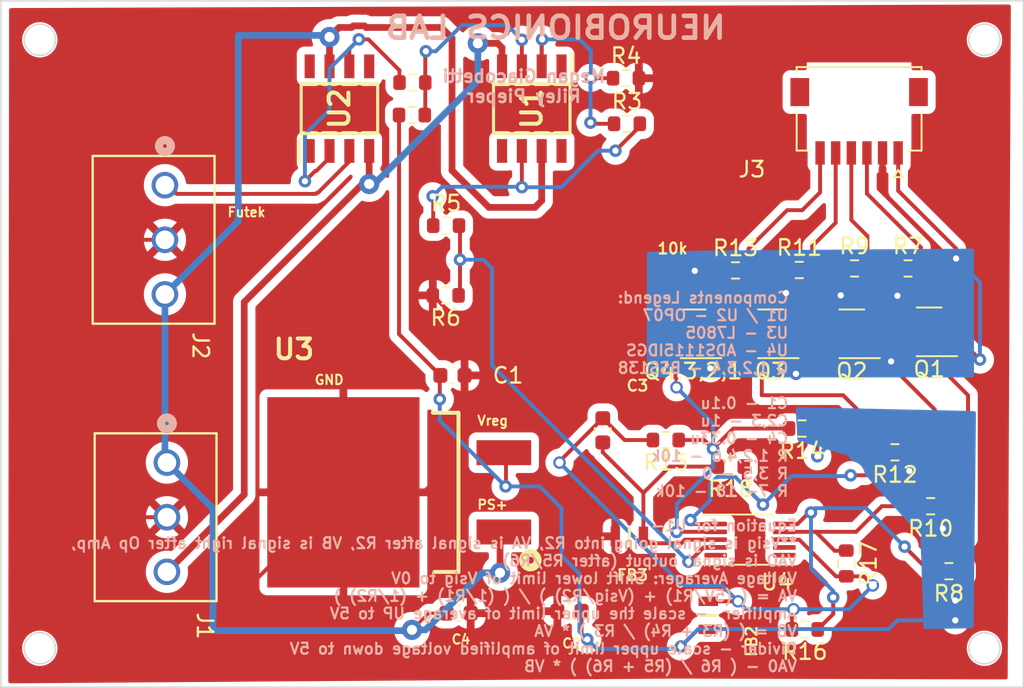
<source format=kicad_pcb>
(kicad_pcb (version 20221018) (generator pcbnew)
  (layers (0 "F.Cu" signal) (31 "B.Cu" signal) (34 "B.Paste" user) (35 "F.Paste" user) (36 "B.SilkS" user "B.Silkscreen") (37 "F.SilkS" user "F.Silkscreen") (38 "B.Mask" user) (39 "F.Mask" user) (44 "Edge.Cuts" user))
  (net 0 "")
  (net 1 "GND")
  (net 2 "Vreg")
  (net 3 "V3.3")
  (net 4 "SCL")
  (net 5 "SCL5")
  (net 6 "SDA")
  (net 7 "SDA5")
  (net 8 "ADDR")
  (net 9 "ADDR5")
  (net 10 "ALERT")
  (net 11 "ALERT5")
  (net 12 "GND1")
  (net 13 "A0")
  (net 17 "VDD")
  (net 18 "PS+")
  (net 19 "PS-")
  (net 20 "FutekSIG")
  (net 21 "Net-(U1-+)")
  (net 22 "Net-(U2--)")
  (net 23 "Net-(U1--)")
  (net 30 "Net-(R3-Pad2)")
  (footprint "Resistor_SMD:R_0603_1608Metric" (layer "F.Cu") (at 211.678 89.154)
    (fp_text reference "R9")
    (fp_text value "10K")
  )
  (footprint "Resistor_SMD:R_0603_1608Metric" (layer "F.Cu") (at 197.104 79.883)
    (fp_text reference "R3")
    (fp_text value "0")
  )
  (footprint "Resistor_SMD:R_0603_1608Metric" (layer "F.Cu") (at 183.3626 77.2414)
    (fp_text reference "R2" hide)
    (fp_text value "10K")
  )
  (footprint "Package_SO:VSSOP-10_3x3mm_P0.5mm" (layer "F.Cu") (at 204.987 106.537)
    (fp_text reference "U4")
    (fp_text value "ADS1115IDGS")
  )
  (footprint "Resistor_SMD:R_0603_1608Metric" (layer "F.Cu") (at 185.4962 90.8812 180)
    (fp_text reference "R6")
    (fp_text value "10K")
  )
  (footprint "L7805VoltageRegulator_KiCad:D2PAK-STB35NF10T4" (layer "F.Cu") (at 186.314 98.405)
    (fp_text reference "U3")
    (fp_text value "L7805" hide)
  )
  (footprint "Resistor_SMD:R_0603_1608Metric" (layer "F.Cu") (at 183.3316 79.3242)
    (fp_text reference "R1" hide)
    (fp_text value "10K")
  )
  (footprint "TerminalConnnectorFootprint198460KiKad:CONN_1984620_PXC" (layer "F.Cu") (at 167.64 101.6 -90)
    (fp_text reference "J1")
    (fp_text value "Conn_01x03" hide)
  )
  (footprint "Capacitor_SMD:C_0603_1608Metric" (layer "F.Cu") (at 193.421 111.125 180)
    (fp_text reference "C2" hide)
    (fp_text value "1u" hide)
  )
  (footprint "OPO7CSZX - REEL7KiCad:SOIC127P600X175-8N" (layer "F.Cu") (at 178.689 78.912 90)
    (fp_text reference "U2")
    (fp_text value "OP07" hide)
  )
  (footprint "Resistor_SMD:R_0603_1608Metric" (layer "F.Cu") (at 215.107 89.154)
    (fp_text reference "R7")
    (fp_text value "10K")
  )
  (footprint "Resistor_SMD:R_0603_1608Metric" (layer "F.Cu") (at 199.5932 100.1522 180)
    (fp_text reference "R15")
    (fp_text value "10K")
  )
  (footprint "Capacitor_SMD:C_0603_1608Metric" (layer "F.Cu") (at 195.5546 99.5302 90)
    (fp_text reference "C3" hide)
    (fp_text value "1u" hide)
  )
  (footprint "TerminalConnnectorFootprint198460KiKad:CONN_1984620_PXC" (layer "F.Cu") (at 167.513 83.82 -90)
    (fp_text reference "J2")
    (fp_text value "Conn_01x03" hide)
  )
  (footprint "Resistor_SMD:R_0603_1608Metric" (layer "F.Cu") (at 208.1408 89.2556)
    (fp_text reference "R11")
    (fp_text value "10K")
  )
  (footprint "PicoClasp_MolexConnector2035580607:MOLEX_2035580607" (layer "F.Cu") (at 211.973 79.201 180)
    (fp_text reference "J3")
    (fp_text value "Conn_01x06" hide)
  )
  (footprint "Resistor_SMD:R_0603_1608Metric" (layer "F.Cu") (at 185.5216 86.4108)
    (fp_text reference "R5")
    (fp_text value "0")
  )
  (footprint "Resistor_SMD:R_0603_1608Metric" (layer "F.Cu") (at 211.1502 108.0638 -90)
    (fp_text reference "R17")
    (fp_text value "10K")
  )
  (footprint "Resistor_SMD:R_0603_1608Metric" (layer "F.Cu") (at 208.3176 99.4156 180)
    (fp_text reference "R14")
    (fp_text value "10K")
  )
  (footprint "Resistor_SMD:R_0603_1608Metric" (layer "F.Cu") (at 203.7588 101.854 180)
    (fp_text reference "R18")
    (fp_text value "10K")
  )
  (footprint "Ferrite Bead BLM21SP601SH1D:BLM21AG102BH1J" (layer "F.Cu") (at 197.2564 106.3244)
    (fp_text reference "FB3")
    (fp_text value "FerriteBead" hide)
  )
  (footprint "Resistor_SMD:R_0603_1608Metric" (layer "F.Cu") (at 208.4954 112.2934 180)
    (fp_text reference "R16")
    (fp_text value "10K")
  )
  (footprint "Resistor_SMD:R_0603_1608Metric" (layer "F.Cu") (at 216.5548 104.394 180)
    (fp_text reference "R10")
    (fp_text value "10K")
  )
  (footprint "Resistor_SMD:R_0603_1608Metric" (layer "F.Cu") (at 214.2688 100.9396 180)
    (fp_text reference "R12")
    (fp_text value "10K")
  )
  (footprint "Resistor_SMD:R_0603_1608Metric" (layer "F.Cu") (at 217.7232 108.5596 180)
    (fp_text reference "R8")
    (fp_text value "10K")
  )
  (footprint "Capacitor_SMD:C_0603_1608Metric" (layer "F.Cu") (at 185.928 96.012 180)
    (fp_text reference "C1")
    (fp_text value "0.1u" hide)
  )
  (footprint "Resistor_SMD:R_0603_1608Metric" (layer "F.Cu") (at 197.04 76.962)
    (fp_text reference "R4")
    (fp_text value "10K")
  )
  (footprint "Package_TO_SOT_SMD:SOT-23-3" (layer "F.Cu") (at 201.3435 93.345 180)
    (fp_text reference "Q4,3,2,1")
    (fp_text value "BSS138")
  )
  (footprint "Package_TO_SOT_SMD:SOT-23-3" (layer "F.Cu") (at 211.5035 93.345 180)
    (fp_text reference "Q2")
    (fp_text value "BSS138")
  )
  (footprint "Capacitor_SMD:C_0603_1608Metric" (layer "F.Cu") (at 186.322 111.252)
    (fp_text reference "C4" hide)
    (fp_text value "0.33u" hide)
  )
  (footprint "Package_TO_SOT_SMD:SOT-23-3" (layer "F.Cu") (at 216.4565 93.218 180)
    (fp_text reference "Q1")
    (fp_text value "BSS138")
  )
  (footprint "Resistor_SMD:R_0603_1608Metric" (layer "F.Cu") (at 204.058 89.281)
    (fp_text reference "R13")
    (fp_text value "10K")
  )
  (footprint "Package_TO_SOT_SMD:SOT-23-3" (layer "F.Cu") (at 206.2965 93.345 180)
    (fp_text reference "Q3")
    (fp_text value "BSS138")
  )
  (footprint "OPO7CSZX - REEL7KiCad:SOIC127P600X175-8N" (layer "F.Cu") (at 191.008 78.912 -90)
    (fp_text reference "U1")
    (fp_text value "OP07" hide)
  )
  (footprint "Ferrite Bead BLM21SP601SH1D:BLM21AG102BH1J" (layer "F.Cu") (at 202.311 111.39 90)
    (fp_text reference "FB2")
    (fp_text value "FerriteBead" hide)
  )
  (gr_circle (center 220 113.5) (end 221 113.5) (stroke (width 0.1)) (fill none) (layer "Edge.Cuts"))
  (gr_line (start 222.5 116) (end 157 116) (stroke (width 0.1)) (layer "Edge.Cuts"))
  (gr_circle (center 159.5 74.5) (end 160.5 74.5) (stroke (width 0.1)) (fill none) (layer "Edge.Cuts"))
  (gr_circle (center 159.5 113.5) (end 160.5 113.5) (stroke (width 0.1)) (fill none) (layer "Edge.Cuts"))
  (gr_line (start 222.5 116) (end 222.5 72) (stroke (width 0.1)) (layer "Edge.Cuts"))
  (gr_circle (center 220 74.5) (end 221 74.5) (stroke (width 0.1)) (fill none) (layer "Edge.Cuts"))
  (gr_line (start 157 72) (end 222.5 72) (stroke (width 0.1)) (layer "Edge.Cuts"))
  (gr_line (start 157 116) (end 157 72) (stroke (width 0.1)) (layer "Edge.Cuts"))
  (gr_text "Megan Giacobetti\nRiley Pieper" (at 190.5 78.5876) (layer "B.SilkS") (effects (font (size 0.8 0.8) (thickness 0.17) bold) (justify bottom mirror)))
  (gr_text "Components Legend: \nU1 / U2 - OP07 \nU3 - L7805\nU4 - ADS1115IDGS\nQ 1,2,3,4 - BSS138\n\nC1 - 0.1u \nC2,3 - 1u \nC4 - 0.33u\nR 1,2,4,6 - 10k\nR 3,5 - 0\nR 7- 18 - 10k" (at 207.518 103.8352) (layer "B.SilkS") (effects (font (size 0.7 0.7) (thickness 0.14) bold) (justify left bottom mirror)))
  (gr_text "NEUROBIONICS LAB\n" (at 192.532 74.549) (layer "B.SilkS") (effects (font (size 1.4 1.5) (thickness 0.3) bold) (justify bottom mirror)))
  (gr_text "Equation for U1- \n**Vsig is signal going into R2, VA is signal after R2, VB is signal right after Op Amp,\nVAO is signal output (after R5/R6) \nVoltage Averager: Shift lower limit of Vsig to 0V\nVA = ( (5V/R1) + (Vsig/R2) ) / ( (1/R1) + (1/R2) )\nAmplifier  - scale the upper limit of average UP to 5V\nVB = ( (R3 + R4) / R3 ) * VA\nDivider - scale upper limit of amplified voltage down to 5V \nVA0 - ( R6 / (R5 + R6) ) * VB" (at 208.0768 115.062) (layer "B.SilkS") (effects (font (size 0.7 0.7) (thickness 0.14) bold) (justify left bottom mirror)))
  (gr_text "C3" (at 197.0024 97.0788) (layer "F.SilkS") (effects (font (size 0.7 0.7) (thickness 0.14) bold) (justify left bottom)))
  (gr_text "Vreg\n" (at 187.452 99.2632) (layer "F.SilkS") (effects (font (size 0.6 0.6) (thickness 0.127) bold) (justify left bottom)))
  (gr_text "10k" (at 198.9836 88.2904) (layer "F.SilkS") (effects (font (size 0.7 0.7) (thickness 0.14) bold) (justify left bottom)))
  (gr_text "C4\n" (at 185.801 113.284) (layer "F.SilkS") (effects (font (size 0.6 0.6) (thickness 0.127) bold) (justify left bottom)))
  (gr_text "C2" (at 192.8876 113.538) (layer "F.SilkS") (effects (font (size 0.6 0.6) (thickness 0.127) bold) (justify left bottom)))
  (gr_text "GND\n" (at 177.038 96.647) (layer "F.SilkS") (effects (font (size 0.6 0.6) (thickness 0.127) bold) (justify left bottom)))
  (gr_text "Futek\n" (at 171.45 85.9028) (layer "F.SilkS") (effects (font (size 0.6 0.6) (thickness 0.127) bold) (justify left bottom)))
  (gr_text "PS+\n" (at 187.452 104.648) (layer "F.SilkS") (effects (font (size 0.6 0.6) (thickness 0.127) bold) (justify left bottom)))
  (segment (start 171.8818 110.5662) (end 171.8818 113.8936) (width 0.25) (layer "F.Cu") (net 1))
  (segment (start 161.2138 111.9124) (end 161.2138 105.100001) (width 0.25) (layer "F.Cu") (net 1))
  (segment (start 198.7804 76.962) (end 201.7776 79.9592) (width 0.25) (layer "F.Cu") (net 1))
  (segment (start 163.195 113.8936) (end 161.2138 111.9124) (width 0.25) (layer "F.Cu") (net 1))
  (segment (start 167.513 87.320001) (end 162.539799 87.320001) (width 0.25) (layer "F.Cu") (net 1))
  (segment (start 171.8818 113.8936) (end 163.195 113.8936) (width 0.25) (layer "F.Cu") (net 1))
  (segment (start 178.943 103.505) (end 184.068 103.505) (width 0.25) (layer "F.Cu") (net 1))
  (segment (start 184.068 103.505) (end 186.703 100.87) (width 0.25) (layer "F.Cu") (net 1))
  (segment (start 186.703 92.913) (end 184.6712 90.8812) (width 0.25) (layer "F.Cu") (net 1))
  (segment (start 162.539799 87.320001) (end 160.909 88.9508) (width 0.25) (layer "F.Cu") (net 1))
  (segment (start 178.943 103.505) (end 171.8818 110.5662) (width 0.25) (layer "F.Cu") (net 1))
  (segment (start 186.703 96.012) (end 186.703 92.913) (width 0.25) (layer "F.Cu") (net 1))
  (segment (start 186.703 95.0338) (end 186.703 96.012) (width 0.25) (layer "F.Cu") (net 1))
  (segment (start 197.865 76.962) (end 198.7804 76.962) (width 0.25) (layer "F.Cu") (net 1))
  (segment (start 160.909 88.9508) (end 160.909 104.795201) (width 0.25) (layer "F.Cu") (net 1))
  (segment (start 160.909 104.795201) (end 161.2138 105.100001) (width 0.25) (layer "F.Cu") (net 1))
  (segment (start 161.2138 105.100001) (end 167.64 105.100001) (width 0.25) (layer "F.Cu") (net 1))
  (segment (start 201.7776 79.9592) (end 186.703 95.0338) (width 0.25) (layer "F.Cu") (net 1))
  (segment (start 186.703 100.87) (end 186.703 96.012) (width 0.25) (layer "F.Cu") (net 1))
  (segment (start 182.5066 93.3656) (end 185.153 96.012) (width 0.25) (layer "F.Cu") (net 2))
  (segment (start 189.3316 103.124) (end 189.357 103.0986) (width 0.25) (layer "F.Cu") (net 2))
  (segment (start 194.564 112.9284) (end 194.196 112.5604) (width 0.25) (layer "F.Cu") (net 2))
  (segment (start 189.357 103.0986) (end 189.357 100.875) (width 0.25) (layer "F.Cu") (net 2))
  (segment (start 185.1152 97.536) (end 185.1152 96.0498) (width 0.25) (layer "F.Cu") (net 2))
  (segment (start 201.627 112.317) (end 202.311 112.317) (width 0.25) (layer "F.Cu") (net 2))
  (segment (start 218.5482 110.0262) (end 218.1352 110.4392) (width 0.25) (layer "F.Cu") (net 2))
  (segment (start 217.3798 104.394) (end 217.3798 105.7844) (width 0.25) (layer "F.Cu") (net 2))
  (segment (start 215.1888 101.0346) (end 215.0938 100.9396) (width 0.25) (layer "F.Cu") (net 2))
  (segment (start 217.3798 105.7844) (end 217.3351 105.8291) (width 0.25) (layer "F.Cu") (net 2))
  (segment (start 185.1152 96.0498) (end 185.153 96.012) (width 0.25) (layer "F.Cu") (net 2))
  (segment (start 189.992 101.092) (end 189.611 101.092) (width 0.25) (layer "F.Cu") (net 2))
  (segment (start 182.5066 79.3242) (end 182.5066 93.3656) (width 0.25) (layer "F.Cu") (net 2))
  (segment (start 194.196 112.5604) (end 194.196 111.125) (width 0.25) (layer "F.Cu") (net 2))
  (segment (start 209.296 101.1936) (end 209.296 99.569) (width 0.25) (layer "F.Cu") (net 2))
  (segment (start 200.5584 113.3856) (end 201.627 112.317) (width 0.25) (layer "F.Cu") (net 2))
  (segment (start 218.1352 111.7092) (end 218.1352 110.4392) (width 0.25) (layer "F.Cu") (net 2))
  (segment (start 215.1888 102.1334) (end 215.1888 101.0346) (width 0.25) (layer "F.Cu") (net 2))
  (segment (start 209.296 99.569) (end 209.1426 99.4156) (width 0.25) (layer "F.Cu") (net 2))
  (segment (start 218.5482 108.5596) (end 218.5482 110.0262) (width 0.25) (layer "F.Cu") (net 2))
  (via (at 209.296 101.1936) (size 0.8) (drill 0.4) (layers "F.Cu" "B.Cu") (net 2))
  (via (at 215.1888 102.1334) (size 0.8) (drill 0.4) (layers "F.Cu" "B.Cu") (net 2))
  (via (at 200.5584 113.3856) (size 0.8) (drill 0.4) (layers "F.Cu" "B.Cu") (net 2))
  (via (at 218.1352 111.7092) (size 0.8) (drill 0.4) (layers "F.Cu" "B.Cu") (net 2))
  (via (at 185.1152 97.536) (size 0.8) (drill 0.4) (layers "F.Cu" "B.Cu") (net 2))
  (via (at 194.564 112.9284) (size 0.8) (drill 0.4) (layers "F.Cu" "B.Cu") (net 2))
  (via (at 218.1352 110.4392) (size 0.8) (drill 0.4) (layers "F.Cu" "B.Cu") (net 2))
  (via (at 217.3351 105.8291) (size 0.8) (drill 0.4) (layers "F.Cu" "B.Cu") (net 2))
  (via (at 189.3316 103.124) (size 0.8) (drill 0.4) (layers "F.Cu" "B.Cu") (net 2))
  (segment (start 192.913 107.569) (end 192.913 104.521) (width 0.25) (layer "B.Cu") (net 2))
  (segment (start 216.9414 104.3686) (end 216.9414 104.4448) (width 0.25) (layer "B.Cu") (net 2))
  (segment (start 201.676 112.268) (end 200.5584 113.3856) (width 0.25) (layer "B.Cu") (net 2))
  (segment (start 218.1352 106.6292) (end 217.3351 105.8291) (width 0.25) (layer "B.Cu") (net 2))
  (segment (start 200.406 113.538) (end 200.5584 113.3856) (width 0.25) (layer "B.Cu") (net 2))
  (segment (start 215.1888 102.1334) (end 215.1888 102.616) (width 0.25) (layer "B.Cu") (net 2))
  (segment (start 194.056 112.4204) (end 194.056 108.712) (width 0.25) (layer "B.Cu") (net 2))
  (segment (start 209.296 101.1936) (end 209.9056 100.584) (width 0.25) (layer "B.Cu") (net 2))
  (segment (start 215.1888 102.616) (end 216.9414 104.3686) (width 0.25) (layer "B.Cu") (net 2))
  (segment (start 214.4268 111.7092) (end 213.868 112.268) (width 0.25) (layer "B.Cu") (net 2))
  (segment (start 194.564 112.9284) (end 194.056 112.4204) (width 0.25) (layer "B.Cu") (net 2))
  (segment (start 195.1736 113.538) (end 200.406 113.538) (width 0.25) (layer "B.Cu") (net 2))
  (segment (start 218.1352 111.7092) (end 214.4268 111.7092) (width 0.25) (layer "B.Cu") (net 2))
  (segment (start 194.056 108.712) (end 192.913 107.569) (width 0.25) (layer "B.Cu") (net 2))
  (segment (start 185.1152 98.9076) (end 185.1152 97.536) (width 0.25) (layer "B.Cu") (net 2))
  (segment (start 194.564 112.9284) (end 195.1736 113.538) (width 0.25) (layer "B.Cu") (net 2))
  (segment (start 189.3316 103.124) (end 185.1152 98.9076) (width 0.25) (layer "B.Cu") (net 2))
  (segment (start 216.9414 104.4448) (end 217.3351 104.8385) (width 0.25) (layer "B.Cu") (net 2))
  (segment (start 192.913 104.521) (end 191.516 103.124) (width 0.25) (layer "B.Cu") (net 2))
  (segment (start 209.9056 100.584) (end 213.6394 100.584) (width 0.25) (layer "B.Cu") (net 2))
  (segment (start 213.868 112.268) (end 201.676 112.268) (width 0.25) (layer "B.Cu") (net 2))
  (segment (start 213.6394 100.584) (end 215.1888 102.1334) (width 0.25) (layer "B.Cu") (net 2))
  (segment (start 217.3351 104.8385) (end 217.3351 105.8291) (width 0.25) (layer "B.Cu") (net 2))
  (segment (start 218.1352 110.4392) (end 218.1352 106.6292) (width 0.25) (layer "B.Cu") (net 2))
  (segment (start 191.516 103.124) (end 189.3316 103.124) (width 0.25) (layer "B.Cu") (net 2))
  (segment (start 210.7946 89.2124) (end 210.853 89.154) (width 0.25) (layer "F.Cu") (net 3))
  (segment (start 214.473 84.171) (end 214.473 81.751) (width 0.25) (layer "F.Cu") (net 3))
  (segment (start 207.234 94.295) (end 207.234 95.22) (width 0.25) (layer "F.Cu") (net 3))
  (segment (start 207.2894 89.282) (end 207.3158 89.2556) (width 0.25) (layer "F.Cu") (net 3))
  (segment (start 202.281 95.3978) (end 202.438 95.5548) (width 0.25) (layer "F.Cu") (net 3))
  (segment (start 210.7946 90.8812) (end 210.7946 89.2124) (width 0.25) (layer "F.Cu") (net 3))
  (segment (start 218.882 94.168) (end 217.394 94.168) (width 0.25) (layer "F.Cu") (net 3))
  (segment (start 218.186 88.519) (end 218.186 87.884) (width 0.25) (layer "F.Cu") (net 3))
  (segment (start 202.281 94.295) (end 202.281 95.3978) (width 0.25) (layer "F.Cu") (net 3))
  (segment (start 201.4474 89.3064) (end 203.2076 89.3064) (width 0.25) (layer "F.Cu") (net 3))
  (segment (start 203.2076 89.3064) (end 203.233 89.281) (width 0.25) (layer "F.Cu") (net 3))
  (segment (start 207.2894 90.7288) (end 207.2894 89.282) (width 0.25) (layer "F.Cu") (net 3))
  (segment (start 207.234 95.22) (end 207.9244 95.9104) (width 0.25) (layer "F.Cu") (net 3))
  (segment (start 214.4268 90.9066) (end 214.4268 89.2988) (width 0.25) (layer "F.Cu") (net 3))
  (segment (start 214.0204 95.1138) (end 213.2016 94.295) (width 0.25) (layer "F.Cu") (net 3))
  (segment (start 218.186 87.884) (end 214.473 84.171) (width 0.25) (layer "F.Cu") (net 3))
  (segment (start 219.71 94.996) (end 218.882 94.168) (width 0.25) (layer "F.Cu") (net 3))
  (segment (start 214.4268 89.2988) (end 214.282 89.154) (width 0.25) (layer "F.Cu") (net 3))
  (segment (start 213.2016 94.295) (end 212.441 94.295) (width 0.25) (layer "F.Cu") (net 3))
  (via (at 218.186 88.519) (size 0.8) (drill 0.4) (layers "F.Cu" "B.Cu") (net 3))
  (via (at 214.4268 90.9066) (size 0.8) (drill 0.4) (layers "F.Cu" "B.Cu") (net 3))
  (via (at 201.4474 89.3064) (size 0.8) (drill 0.4) (layers "F.Cu" "B.Cu") (net 3))
  (via (at 210.7946 90.8812) (size 0.8) (drill 0.4) (layers "F.Cu" "B.Cu") (net 3))
  (via (at 207.9244 95.9104) (size 0.8) (drill 0.4) (layers "F.Cu" "B.Cu") (net 3))
  (via (at 207.2894 90.7288) (size 0.8) (drill 0.4) (layers "F.Cu" "B.Cu") (net 3))
  (via (at 214.0204 95.1138) (size 0.8) (drill 0.4) (layers "F.Cu" "B.Cu") (net 3))
  (via (at 202.438 95.5548) (size 0.8) (drill 0.4) (layers "F.Cu" "B.Cu") (net 3))
  (via (at 219.71 94.996) (size 0.8) (drill 0.4) (layers "F.Cu" "B.Cu") (net 3))
  (segment (start 214.4268 90.9066) (end 214.3252 90.805) (width 0.25) (layer "B.Cu") (net 3))
  (segment (start 219.71 94.996) (end 214.1382 94.996) (width 0.25) (layer "B.Cu") (net 3))
  (segment (start 201.7014 89.5604) (end 201.4474 89.3064) (width 0.25) (layer "B.Cu") (net 3))
  (segment (start 208.721 95.1138) (end 207.9244 95.9104) (width 0.25) (layer "B.Cu") (net 3))
  (segment (start 214.0204 95.1138) (end 208.721 95.1138) (width 0.25) (layer "B.Cu") (net 3))
  (segment (start 206.121 89.5604) (end 201.7014 89.5604) (width 0.25) (layer "B.Cu") (net 3))
  (segment (start 207.4672 90.551) (end 207.2894 90.7288) (width 0.25) (layer "B.Cu") (net 3))
  (segment (start 219.71 90.043) (end 219.71 94.996) (width 0.25) (layer "B.Cu") (net 3))
  (segment (start 210.7946 90.8812) (end 210.4644 90.551) (width 0.25) (layer "B.Cu") (net 3))
  (segment (start 214.4268 90.9066) (end 215.7984 90.9066) (width 0.25) (layer "B.Cu") (net 3))
  (segment (start 215.7984 90.9066) (end 218.186 88.519) (width 0.25) (layer "B.Cu") (net 3))
  (segment (start 207.9244 95.9104) (end 207.5688 95.5548) (width 0.25) (layer "B.Cu") (net 3))
  (segment (start 210.8708 90.805) (end 210.7946 90.8812) (width 0.25) (layer "B.Cu") (net 3))
  (segment (start 210.4644 90.551) (end 207.4672 90.551) (width 0.25) (layer "B.Cu") (net 3))
  (segment (start 214.1382 94.996) (end 214.0204 95.1138) (width 0.25) (layer "B.Cu") (net 3))
  (segment (start 207.5688 95.5548) (end 202.438 95.5548) (width 0.25) (layer "B.Cu") (net 3))
  (segment (start 207.2894 90.7288) (end 206.121 89.5604) (width 0.25) (layer "B.Cu") (net 3))
  (segment (start 214.3252 90.805) (end 210.8708 90.805) (width 0.25) (layer "B.Cu") (net 3))
  (segment (start 218.186 88.519) (end 219.71 90.043) (width 0.25) (layer "B.Cu") (net 3))
  (segment (start 217.594 92.268) (end 215.932 90.606) (width 0.25) (layer "F.Cu") (net 4))
  (segment (start 212.473 84.3554) (end 212.473 81.751) (width 0.25) (layer "F.Cu") (net 4))
  (segment (start 215.932 87.8144) (end 212.473 84.3554) (width 0.25) (layer "F.Cu") (net 4))
  (segment (start 215.932 90.606) (end 215.932 89.154) (width 0.25) (layer "F.Cu") (net 4))
  (segment (start 215.932 89.154) (end 215.932 87.8144) (width 0.25) (layer "F.Cu") (net 4))
  (segment (start 208.026 105.537) (end 207.137 105.537) (width 0.25) (layer "F.Cu") (net 5))
  (segment (start 216.096 93.795) (end 215.519 93.218) (width 0.25) (layer "F.Cu") (net 5))
  (segment (start 216.096 94.43) (end 216.096 93.795) (width 0.25) (layer "F.Cu") (net 5))
  (segment (start 210.312 110.236) (end 210.312 111.3018) (width 0.25) (layer "F.Cu") (net 5))
  (segment (start 208.8896 104.8004) (end 208.7626 104.8004) (width 0.25) (layer "F.Cu") (net 5))
  (segment (start 218.948 106.4728) (end 218.948 97.282) (width 0.25) (layer "F.Cu") (net 5))
  (segment (start 208.7626 104.8004) (end 208.026 105.537) (width 0.25) (layer "F.Cu") (net 5))
  (segment (start 214.884 106.9848) (end 216.4588 108.5596) (width 0.25) (layer "F.Cu") (net 5))
  (segment (start 218.948 97.282) (end 216.096 94.43) (width 0.25) (layer "F.Cu") (net 5))
  (segment (start 210.312 111.3018) (end 209.3204 112.2934) (width 0.25) (layer "F.Cu") (net 5))
  (segment (start 216.4588 108.5596) (end 216.8612 108.5596) (width 0.25) (layer "F.Cu") (net 5))
  (segment (start 216.8612 108.5596) (end 218.948 106.4728) (width 0.25) (layer "F.Cu") (net 5))
  (via (at 208.8896 104.8004) (size 0.8) (drill 0.4) (layers "F.Cu" "B.Cu") (net 5))
  (via (at 214.884 106.9848) (size 0.8) (drill 0.4) (layers "F.Cu" "B.Cu") (net 5))
  (via (at 210.312 110.236) (size 0.8) (drill 0.4) (layers "F.Cu" "B.Cu") (net 5))
  (segment (start 214.884 106.9848) (end 212.4202 104.521) (width 0.25) (layer "B.Cu") (net 5))
  (segment (start 212.4202 104.521) (end 209.169 104.521) (width 0.25) (layer "B.Cu") (net 5))
  (segment (start 210.312 109.8296) (end 208.8896 108.4072) (width 0.25) (layer "B.Cu") (net 5))
  (segment (start 209.169 104.521) (end 208.8896 104.8004) (width 0.25) (layer "B.Cu") (net 5))
  (segment (start 210.312 110.236) (end 210.312 109.8296) (width 0.25) (layer "B.Cu") (net 5))
  (segment (start 208.8896 108.4072) (end 208.8896 104.8004) (width 0.25) (layer "B.Cu") (net 5))
  (segment (start 212.641 92.395) (end 212.641 89.292) (width 0.25) (layer "F.Cu") (net 6))
  (segment (start 212.503 87.0778) (end 212.503 89.154) (width 0.25) (layer "F.Cu") (net 6))
  (segment (start 212.641 89.292) (end 212.503 89.154) (width 0.25) (layer "F.Cu") (net 6))
  (segment (start 211.473 86.0478) (end 212.503 87.0778) (width 0.25) (layer "F.Cu") (net 6))
  (segment (start 211.473 81.751) (end 211.473 86.0478) (width 0.25) (layer "F.Cu") (net 6))
  (segment (start 210.6422 107.252) (end 210.4094 107.252) (width 0.25) (layer "F.Cu") (net 7))
  (segment (start 213.425 104.394) (end 216.1428 104.394) (width 0.25) (layer "F.Cu") (net 7))
  (segment (start 211.782 106.037) (end 213.425 104.394) (width 0.25) (layer "F.Cu") (net 7))
  (segment (start 212.344 95.8088) (end 214.4268 95.8088) (width 0.25) (layer "F.Cu") (net 7))
  (segment (start 216.8144 103.2724) (end 216.1428 103.944) (width 0.25) (layer "F.Cu") (net 7))
  (segment (start 210.4094 107.252) (end 209.1944 106.037) (width 0.25) (layer "F.Cu") (net 7))
  (segment (start 209.1944 106.037) (end 211.782 106.037) (width 0.25) (layer "F.Cu") (net 7))
  (segment (start 216.1428 103.944) (end 216.1428 104.394) (width 0.25) (layer "F.Cu") (net 7))
  (segment (start 214.4268 95.8088) (end 216.8144 98.1964) (width 0.25) (layer "F.Cu") (net 7))
  (segment (start 207.137 106.037) (end 209.1944 106.037) (width 0.25) (layer "F.Cu") (net 7))
  (segment (start 210.566 93.345) (end 210.566 94.0308) (width 0.25) (layer "F.Cu") (net 7))
  (segment (start 216.8144 98.1964) (end 216.8144 103.2724) (width 0.25) (layer "F.Cu") (net 7))
  (segment (start 210.566 94.0308) (end 212.344 95.8088) (width 0.25) (layer "F.Cu") (net 7))
  (segment (start 210.473 86.2244) (end 210.473 81.624) (width 0.25) (layer "F.Cu") (net 8))
  (segment (start 208.9658 90.8632) (end 208.9658 89.2556) (width 0.25) (layer "F.Cu") (net 8))
  (segment (start 207.434 92.395) (end 208.9658 90.8632) (width 0.25) (layer "F.Cu") (net 8))
  (segment (start 208.9658 87.7316) (end 210.473 86.2244) (width 0.25) (layer "F.Cu") (net 8))
  (segment (start 208.9658 89.2556) (end 208.9658 87.7316) (width 0.25) (layer "F.Cu") (net 8))
  (segment (start 211.4296 102.4128) (end 212.3836 102.4128) (width 0.25) (layer "F.Cu") (net 9))
  (segment (start 212.3836 102.4128) (end 213.8568 100.9396) (width 0.25) (layer "F.Cu") (net 9))
  (segment (start 201.041 105.283) (end 201.041 105.283) (width 0.25) (layer "F.Cu") (net 9))
  (segment (start 204.5838 103.06) (end 205.8162 104.2924) (width 0.25) (layer "F.Cu") (net 9))
  (segment (start 210.947 97.282) (end 205.74 97.282) (width 0.25) (layer "F.Cu") (net 9))
  (segment (start 202.837 105.537) (end 201.041 105.537) (width 0.25) (layer "F.Cu") (net 9))
  (segment (start 205.74 93.726) (end 205.359 93.345) (width 0.25) (layer "F.Cu") (net 9))
  (segment (start 201.041 105.283) (end 201.168 105.283) (width 0.25) (layer "F.Cu") (net 9))
  (segment (start 205.74 97.282) (end 205.74 93.726) (width 0.25) (layer "F.Cu") (net 9))
  (segment (start 201.168 105.283) (end 201.168 105.156) (width 0.25) (layer "F.Cu") (net 9))
  (segment (start 204.5838 101.854) (end 204.5838 103.06) (width 0.25) (layer "F.Cu") (net 9))
  (segment (start 210.947 97.282) (end 213.8568 100.1918) (width 0.25) (layer "F.Cu") (net 9))
  (segment (start 201.041 105.537) (end 201.041 105.283) (width 0.25) (layer "F.Cu") (net 9))
  (segment (start 213.8568 100.1918) (end 213.8568 100.9396) (width 0.25) (layer "F.Cu") (net 9))
  (via (at 201.168 105.283) (size 0.8) (drill 0.4) (layers "F.Cu" "B.Cu") (net 9))
  (via (at 205.8162 104.2924) (size 0.8) (drill 0.4) (layers "F.Cu" "B.Cu") (net 9))
  (via (at 211.4296 102.4128) (size 0.8) (drill 0.4) (layers "F.Cu" "B.Cu") (net 9))
  (segment (start 204.0382 102.5144) (end 202.8952 102.5144) (width 0.25) (layer "B.Cu") (net 9))
  (segment (start 205.8162 104.2924) (end 207.645 102.4636) (width 0.25) (layer "B.Cu") (net 9))
  (segment (start 205.8162 104.2924) (end 204.0382 102.5144) (width 0.25) (layer "B.Cu") (net 9))
  (segment (start 202.8952 102.5144) (end 202.438 102.9716) (width 0.25) (layer "B.Cu") (net 9))
  (segment (start 202.438 104.013) (end 201.168 105.283) (width 0.25) (layer "B.Cu") (net 9))
  (segment (start 211.3788 102.4636) (end 211.4296 102.4128) (width 0.25) (layer "B.Cu") (net 9))
  (segment (start 207.645 102.4636) (end 211.3788 102.4636) (width 0.25) (layer "B.Cu") (net 9))
  (segment (start 202.438 102.9716) (end 202.438 104.013) (width 0.25) (layer "B.Cu") (net 9))
  (segment (start 207.3656 85.4202) (end 208.3308 85.4202) (width 0.25) (layer "F.Cu") (net 10))
  (segment (start 204.883 89.281) (end 204.883 87.9028) (width 0.25) (layer "F.Cu") (net 10))
  (segment (start 202.481 92.395) (end 204.883 89.993) (width 0.25) (layer "F.Cu") (net 10))
  (segment (start 208.3308 85.4202) (end 209.473 84.278) (width 0.25) (layer "F.Cu") (net 10))
  (segment (start 209.473 81.751) (end 209.473 84.278) (width 0.25) (layer "F.Cu") (net 10))
  (segment (start 204.883 87.9028) (end 207.3656 85.4202) (width 0.25) (layer "F.Cu") (net 10))
  (segment (start 204.883 89.993) (end 204.883 89.281) (width 0.25) (layer "F.Cu") (net 10))
  (segment (start 200.206 96.1676) (end 200.206 93.345) (width 0.25) (layer "F.Cu") (net 11))
  (segment (start 200.279 96.774) (end 200.279 96.2406) (width 0.25) (layer "F.Cu") (net 11))
  (segment (start 202.057 100.1522) (end 202.6158 100.711) (width 0.25) (layer "F.Cu") (net 11))
  (segment (start 200.287 106.037) (end 200.279 106.045) (width 0.25) (layer "F.Cu") (net 11))
  (segment (start 200.279 96.2406) (end 200.206 96.1676) (width 0.25) (layer "F.Cu") (net 11))
  (segment (start 200.152 106.037) (end 200.279 105.91) (width 0.25) (layer "F.Cu") (net 11))
  (segment (start 202.837 106.037) (end 200.287 106.037) (width 0.25) (layer "F.Cu") (net 11))
  (segment (start 200.4182 100.1522) (end 202.057 100.1522) (width 0.25) (layer "F.Cu") (net 11))
  (segment (start 200.271 106.037) (end 200.152 106.037) (width 0.25) (layer "F.Cu") (net 11))
  (segment (start 203.9112 99.4156) (end 207.4926 99.4156) (width 0.25) (layer "F.Cu") (net 11))
  (segment (start 202.6158 100.711) (end 203.9112 99.4156) (width 0.25) (layer "F.Cu") (net 11))
  (segment (start 200.279 106.045) (end 200.271 106.037) (width 0.25) (layer "F.Cu") (net 11))
  (via (at 200.279 96.774) (size 0.8) (drill 0.508) (layers "F.Cu" "B.Cu") (net 11))
  (via (at 200.279 106.045) (size 0.8) (drill 0.4) (layers "F.Cu" "B.Cu") (net 11))
  (via (at 202.6158 100.711) (size 0.8) (drill 0.4) (layers "F.Cu" "B.Cu") (net 11))
  (segment (start 202.6158 99.1108) (end 200.279 96.774) (width 0.25) (layer "B.Cu") (net 11))
  (segment (start 202.6158 101.9302) (end 200.3044 104.2416) (width 0.25) (layer "B.Cu") (net 11))
  (segment (start 202.6158 100.711) (end 202.6158 101.9302) (width 0.25) (layer "B.Cu") (net 11))
  (segment (start 202.6158 100.711) (end 202.6158 99.1108) (width 0.25) (layer "B.Cu") (net 11))
  (segment (start 200.3044 106.0196) (end 200.279 106.045) (width 0.25) (layer "B.Cu") (net 11))
  (segment (start 200.3044 104.2416) (end 200.3044 106.0196) (width 0.25) (layer "B.Cu") (net 11))
  (segment (start 198.552 106.77) (end 198.1064 106.3244) (width 0.25) (layer "F.Cu") (net 12))
  (segment (start 195.5546 100.9396) (end 195.5546 100.3052) (width 0.25) (layer "F.Cu") (net 12))
  (segment (start 199.8438 101.854) (end 198.1564 103.5414) (width 0.25) (layer "F.Cu") (net 12))
  (segment (start 202.9338 101.854) (end 199.8438 101.854) (width 0.25) (layer "F.Cu") (net 12))
  (segment (start 200.812305 106.537) (end 200.579305 106.77) (width 0.25) (layer "F.Cu") (net 12))
  (segment (start 202.837 106.537) (end 200.812305 106.537) (width 0.25) (layer "F.Cu") (net 12))
  (segment (start 200.579305 106.77) (end 198.552 106.77) (width 0.25) (layer "F.Cu") (net 12))
  (segment (start 198.1564 106.3244) (end 198.1564 103.5414) (width 0.25) (layer "F.Cu") (net 12))
  (segment (start 198.1564 103.5414) (end 195.5546 100.9396) (width 0.25) (layer "F.Cu") (net 12))
  (segment (start 201.099 107.95) (end 201.041 107.95) (width 0.25) (layer "F.Cu") (net 13))
  (segment (start 186.4106 88.5952) (end 186.3918 88.5764) (width 0.25) (layer "F.Cu") (net 13))
  (segment (start 186.4106 90.7918) (end 186.3212 90.8812) (width 0.25) (layer "F.Cu") (net 13))
  (segment (start 186.4106 86.4748) (end 186.3466 86.4108) (width 0.25) (layer "F.Cu") (net 13))
  (segment (start 202.012 107.037) (end 201.099 107.95) (width 0.25) (layer "F.Cu") (net 13))
  (segment (start 202.837 107.037) (end 202.012 107.037) (width 0.25) (layer "F.Cu") (net 13))
  (segment (start 201.041 107.95) (end 201.041 108.008) (width 0.25) (layer "F.Cu") (net 13))
  (segment (start 186.4106 88.5952) (end 186.4106 86.4748) (width 0.25) (layer "F.Cu") (net 13))
  (segment (start 186.4106 88.5952) (end 186.4106 90.7918) (width 0.25) (layer "F.Cu") (net 13))
  (via (at 186.4106 88.5952) (size 0.8) (drill 0.4) (layers "F.Cu" "B.Cu") (net 13))
  (via (at 201.041 107.95) (size 0.8) (drill 0.4) (layers "F.Cu" "B.Cu") (net 13))
  (segment (start 188.468 95.377) (end 201.041 107.95) (width 0.25) (layer "B.Cu") (net 13))
  (segment (start 188.468 89.154) (end 188.468 95.377) (width 0.25) (layer "B.Cu") (net 13))
  (segment (start 186.4106 88.5952) (end 187.9092 88.5952) (width 0.25) (layer "B.Cu") (net 13))
  (segment (start 187.9092 88.5952) (end 188.468 89.154) (width 0.25) (layer "B.Cu") (net 13))
  (segment (start 192.786 101.6) (end 192.786 101.5238) (width 0.25) (layer "F.Cu") (net 17))
  (segment (start 207.137 106.537) (end 208.137 106.537) (width 0.25) (layer "F.Cu") (net 17))
  (segment (start 208.137 106.537) (end 210.4888 108.8888) (width 0.25) (layer "F.Cu") (net 17))
  (segment (start 210.4888 108.8888) (end 211.1502 108.8888) (width 0.25) (layer "F.Cu") (net 17))
  (segment (start 207.772 110.998) (end 207.6704 111.0996) (width 0.25) (layer "F.Cu") (net 17))
  (segment (start 207.6704 111.0996) (end 207.6704 112.2934) (width 0.25) (layer "F.Cu") (net 17))
  (segment (start 204.216 110.49) (end 202.311 110.49) (width 0.25) (layer "F.Cu") (net 17))
  (segment (start 196.9516 100.1522) (end 195.5546 98.7552) (width 0.25) (layer "F.Cu") (net 17))
  (segment (start 212.852 109.474) (end 212.919 109.541) (width 0.25) (layer "F.Cu") (net 17))
  (segment (start 212.2668 108.8888) (end 212.852 109.474) (width 0.25) (layer "F.Cu") (net 17))
  (segment (start 192.7098 101.6) (end 192.786 101.6) (width 0.25) (layer "F.Cu") (net 17))
  (segment (start 198.7682 100.1522) (end 196.9516 100.1522) (width 0.25) (layer "F.Cu") (net 17))
  (segment (start 211.1502 108.8888) (end 212.2668 108.8888) (width 0.25) (layer "F.Cu") (net 17))
  (segment (start 192.786 101.5238) (end 195.5546 98.7552) (width 0.25) (layer "F.Cu") (net 17))
  (via (at 192.786 101.6) (size 0.8) (drill 0.508) (layers "F.Cu" "B.Cu") (net 17))
  (via (at 207.772 110.998) (size 0.8) (drill 0.508) (layers "F.Cu" "B.Cu") (net 17))
  (via (at 204.216 110.49) (size 0.8) (drill 0.508) (layers "F.Cu" "B.Cu") (net 17))
  (via (at 212.852 109.474) (size 0.8) (drill 0.508) (layers "F.Cu" "B.Cu") (net 17))
  (segment (start 200.66 109.474) (end 192.786 101.6) (width 0.25) (layer "B.Cu") (net 17))
  (segment (start 211.328 110.998) (end 212.852 109.474) (width 0.25) (layer "B.Cu") (net 17))
  (segment (start 207.772 110.998) (end 211.328 110.998) (width 0.25) (layer "B.Cu") (net 17))
  (segment (start 207.772 110.998) (end 204.724 110.998) (width 0.25) (layer "B.Cu") (net 17))
  (segment (start 204.216 110.49) (end 203.2 109.474) (width 0.25) (layer "B.Cu") (net 17))
  (segment (start 204.724 110.998) (end 204.216 110.49) (width 0.25) (layer "B.Cu") (net 17))
  (segment (start 203.2 109.474) (end 200.66 109.474) (width 0.25) (layer "B.Cu") (net 17))
  (segment (start 179.47134 73.7108) (end 179.575022 73.607118) (width 0.431364) (layer "F.Cu") (net 18))
  (segment (start 180.39586 73.7108) (end 185.2168 73.7108) (width 0.431364) (layer "F.Cu") (net 18))
  (segment (start 178.6636 73.7108) (end 179.47134 73.7108) (width 0.431364) (layer "F.Cu") (net 18))
  (segment (start 180.292178 73.607118) (end 180.39586 73.7108) (width 0.431364) (layer "F.Cu") (net 18))
  (segment (start 185.2168 73.7108) (end 185.9026 74.3966) (width 0.431364) (layer "F.Cu") (net 18))
  (segment (start 185.9026 74.3966) (end 185.9026 82.8802) (width 0.431364) (layer "F.Cu") (net 18))
  (segment (start 185.547 111.252) (end 184.404 111.252) (width 0.2) (layer "F.Cu") (net 18))
  (segment (start 179.575022 73.607118) (end 180.292178 73.607118) (width 0.431364) (layer "F.Cu") (net 18))
  (segment (start 188.2648 85.2424) (end 191.2112 85.2424) (width 0.431364) (layer "F.Cu") (net 18))
  (segment (start 188.976 108.6612) (end 188.976 106.287) (width 0.431364) (layer "F.Cu") (net 18))
  (segment (start 191.2112 85.2424) (end 191.643 84.8106) (width 0.431364) (layer "F.Cu") (net 18))
  (segment (start 191.643 84.8106) (end 191.643 81.624) (width 0.431364) (layer "F.Cu") (net 18))
  (segment (start 184.404 111.252) (end 183.3372 112.3188) (width 0.2) (layer "F.Cu") (net 18))
  (segment (start 178.054 74.3204) (end 178.6636 73.7108) (width 0.431364) (layer "F.Cu") (net 18))
  (segment (start 188.976 106.287) (end 189.218 106.045) (width 0.431364) (layer "F.Cu") (net 18))
  (segment (start 185.9026 82.8802) (end 188.2648 85.2424) (width 0.431364) (layer "F.Cu") (net 18))
  (segment (start 178.054 74.3204) (end 178.054 76.2) (width 0.431364) (layer "F.Cu") (net 18))
  (via (at 178.054 74.3204) (size 1.29) (drill 0.645) (layers "F.Cu" "B.Cu") (net 18))
  (via (at 188.976 108.6612) (size 1.29) (drill 0.645) (layers "F.Cu" "B.Cu") (net 18))
  (via (at 183.3372 112.3188) (size 1.29) (drill 0.645) (layers "F.Cu" "B.Cu") (net 18))
  (segment (start 172.212 86.121001) (end 167.513 90.820001) (width 0.431364) (layer "B.Cu") (net 18))
  (segment (start 167.513 90.820001) (end 167.513 101.473) (width 0.431364) (layer "B.Cu") (net 18))
  (segment (start 170.5864 104.5464) (end 167.64 101.6) (width 0.431364) (layer "B.Cu") (net 18))
  (segment (start 172.212 74.2188) (end 172.212 86.121001) (width 0.431364) (layer "B.Cu") (net 18))
  (segment (start 183.3372 112.3188) (end 184.2008 112.3188) (width 0.431364) (layer "B.Cu") (net 18))
  (segment (start 170.5864 112.3696) (end 170.5864 104.5464) (width 0.431364) (layer "B.Cu") (net 18))
  (segment (start 184.2008 112.3188) (end 187.8584 108.6612) (width 0.431364) (layer "B.Cu") (net 18))
  (segment (start 183.2864 112.3696) (end 170.5864 112.3696) (width 0.431364) (layer "B.Cu") (net 18))
  (segment (start 183.3372 112.3188) (end 183.2864 112.3696) (width 0.431364) (layer "B.Cu") (net 18))
  (segment (start 167.513 101.473) (end 167.64 101.6) (width 0.431364) (layer "B.Cu") (net 18))
  (segment (start 187.8584 108.6612) (end 188.976 108.6612) (width 0.431364) (layer "B.Cu") (net 18))
  (segment (start 177.9524 74.2188) (end 172.212 74.2188) (width 0.431364) (layer "B.Cu") (net 18))
  (segment (start 178.054 74.3204) (end 177.9524 74.2188) (width 0.431364) (layer "B.Cu") (net 18))
  (segment (start 187.5536 74.7268) (end 188.8236 74.7268) (width 0.431364) (layer "F.Cu") (net 19))
  (segment (start 189.103 75.0062) (end 189.103 76.2) (width 0.431364) (layer "F.Cu") (net 19))
  (segment (start 172.593 91.313) (end 172.593 103.647001) (width 0.431364) (layer "F.Cu") (net 19))
  (segment (start 180.1622 83.7438) (end 172.593 91.313) (width 0.431364) (layer "F.Cu") (net 19))
  (segment (start 180.594 83.7438) (end 180.1622 83.7438) (width 0.431364) (layer "F.Cu") (net 19))
  (segment (start 172.593 103.647001) (end 167.64 108.600001) (width 0.431364) (layer "F.Cu") (net 19))
  (segment (start 188.8236 74.7268) (end 189.103 75.0062) (width 0.431364) (layer "F.Cu") (net 19))
  (segment (start 180.594 81.624) (end 180.594 83.7438) (width 0.431364) (layer "F.Cu") (net 19))
  (via (at 187.5536 74.7268) (size 1.29) (drill 0.645) (layers "F.Cu" "B.Cu") (net 19))
  (via (at 180.594 83.7438) (size 1.29) (drill 0.645) (layers "F.Cu" "B.Cu") (net 19))
  (segment (start 180.9242 83.7438) (end 187.5536 77.1144) (width 0.431364) (layer "B.Cu") (net 19))
  (segment (start 187.5536 77.1144) (end 187.5536 74.7268) (width 0.431364) (layer "B.Cu") (net 19))
  (segment (start 180.594 83.7438) (end 180.9242 83.7438) (width 0.431364) (layer "B.Cu") (net 19))
  (segment (start 168.229199 84.326356) (end 168.191385 84.326356) (width 0.25) (layer "F.Cu") (net 20))
  (segment (start 177.209157 84.328) (end 177.158357 84.3788) (width 0.25) (layer "F.Cu") (net 20))
  (segment (start 177.158357 84.3788) (end 168.281643 84.3788) (width 0.25) (layer "F.Cu") (net 20))
  (segment (start 179.265421 82.354579) (end 177.350578 84.269422) (width 0.25) (layer "F.Cu") (net 20))
  (segment (start 168.089421 84.269421) (end 167.64 83.82) (width 0.25) (layer "F.Cu") (net 20))
  (segment (start 168.281643 84.3788) (end 168.229199 84.326356) (width 0.25) (layer "F.Cu") (net 20))
  (segment (start 179.324 81.624) (end 179.324 82.213157) (width 0.25) (layer "F.Cu") (net 20))
  (arc (start 168.191385 84.326356) (mid 168.136565 84.304374) (end 168.089421 84.269421) (width 0.25) (layer "F.Cu") (net 20))
  (arc (start 177.350578 84.269422) (mid 177.285693 84.312776) (end 177.209157 84.328) (width 0.25) (layer "F.Cu") (net 20))
  (arc (start 179.324 82.213157) (mid 179.308776 82.289694) (end 179.265421 82.354579) (width 0.25) (layer "F.Cu") (net 20))
  (segment (start 184.1876 75.2734) (end 184.2262 75.2348) (width 0.25) (layer "F.Cu") (net 21))
  (segment (start 184.1876 79.2932) (end 184.1566 79.3242) (width 0.25) (layer "F.Cu") (net 21))
  (segment (start 190.373 75.7625) (end 190.373 74.4982) (width 0.25) (layer "F.Cu") (net 21))
  (segment (start 184.1876 77.2414) (end 184.1876 79.2932) (width 0.25) (layer "F.Cu") (net 21))
  (segment (start 184.1876 77.2414) (end 184.1876 75.2734) (width 0.25) (layer "F.Cu") (net 21))
  (via (at 184.2262 75.2348) (size 0.8) (drill 0.4) (layers "F.Cu" "B.Cu") (net 21))
  (via (at 190.373 74.4982) (size 0.8) (drill 0.4) (layers "F.Cu" "B.Cu") (net 21))
  (segment (start 186.5376 73.5584) (end 189.4332 73.5584) (width 0.25) (layer "B.Cu") (net 21))
  (segment (start 184.8612 75.2348) (end 186.5376 73.5584) (width 0.25) (layer "B.Cu") (net 21))
  (segment (start 184.2262 75.2348) (end 184.8612 75.2348) (width 0.25) (layer "B.Cu") (net 21))
  (segment (start 189.4332 73.5584) (end 190.373 74.4982) (width 0.25) (layer "B.Cu") (net 21))
  (segment (start 177.2099 82.9056) (end 178.054 82.0615) (width 0.25) (layer "F.Cu") (net 22))
  (segment (start 182.532 76.4605) (end 182.532 77.216) (width 0.25) (layer "F.Cu") (net 22))
  (segment (start 176.4792 83.566) (end 177.1396 82.9056) (width 0.25) (layer "F.Cu") (net 22))
  (segment (start 179.9336 74.4728) (end 180.5443 74.4728) (width 0.25) (layer "F.Cu") (net 22))
  (segment (start 180.5443 74.4728) (end 182.532 76.4605) (width 0.25) (layer "F.Cu") (net 22))
  (segment (start 179.324 75.0824) (end 179.9336 74.4728) (width 0.25) (layer "F.Cu") (net 22))
  (segment (start 179.324 76.2) (end 179.324 75.0824) (width 0.25) (layer "F.Cu") (net 22))
  (segment (start 178.054 82.0615) (end 178.054 81.624) (width 0.25) (layer "F.Cu") (net 22))
  (segment (start 177.1396 82.9056) (end 177.2099 82.9056) (width 0.25) (layer "F.Cu") (net 22))
  (via (at 176.4792 83.566) (size 0.8) (drill 0.4) (layers "F.Cu" "B.Cu") (net 22))
  (via (at 179.9336 74.4728) (size 0.8) (drill 0.4) (layers "F.Cu" "B.Cu") (net 22))
  (segment (start 176.4792 80.5688) (end 176.4792 83.566) (width 0.25) (layer "B.Cu") (net 22))
  (segment (start 179.9336 74.4728) (end 178.054 76.3524) (width 0.25) (layer "B.Cu") (net 22))
  (segment (start 178.054 76.3524) (end 178.054 78.994) (width 0.25) (layer "B.Cu") (net 22))
  (segment (start 178.054 78.994) (end 176.4792 80.5688) (width 0.25) (layer "B.Cu") (net 22))
  (segment (start 191.643 74.4982) (end 191.6684 74.4728) (width 0.25) (layer "F.Cu") (net 23))
  (segment (start 191.643 75.7625) (end 191.643 74.4982) (width 0.25) (layer "F.Cu") (net 23))
  (segment (start 196.215 76.962) (end 194.818 76.962) (width 0.25) (layer "F.Cu") (net 23))
  (segment (start 191.643 74.4982) (end 191.643 76.2) (width 0.25) (layer "F.Cu") (net 23))
  (segment (start 194.8434 79.883) (end 194.7672 79.8068) (width 0.25) (layer "F.Cu") (net 23))
  (segment (start 194.818 76.962) (end 194.7926 76.9366) (width 0.25) (layer "F.Cu") (net 23))
  (segment (start 196.279 79.883) (end 194.8434 79.883) (width 0.25) (layer "F.Cu") (net 23))
  (via (at 194.7672 79.8068) (size 0.8) (drill 0.4) (layers "F.Cu" "B.Cu") (net 23))
  (via (at 191.6684 74.4728) (size 0.8) (drill 0.4) (layers "F.Cu" "B.Cu") (net 23))
  (via (at 194.7926 76.9366) (size 0.8) (drill 0.4) (layers "F.Cu" "B.Cu") (net 23))
  (segment (start 194.7926 76.9366) (end 194.7926 75.2094) (width 0.25) (layer "B.Cu") (net 23))
  (segment (start 194.7672 76.962) (end 194.7672 79.8068) (width 0.25) (layer "B.Cu") (net 23))
  (segment (start 194.7926 75.2094) (end 194.056 74.4728) (width 0.25) (layer "B.Cu") (net 23))
  (segment (start 194.7926 76.9366) (end 194.7672 76.962) (width 0.25) (layer "B.Cu") (net 23))
  (segment (start 194.056 74.4728) (end 191.6684 74.4728) (width 0.25) (layer "B.Cu") (net 23))
  (segment (start 184.6966 84.5698) (end 184.658 84.5312) (width 0.25) (layer "F.Cu") (net 30))
  (segment (start 197.929 79.883) (end 197.929 80.0486) (width 0.25) (layer "F.Cu") (net 30))
  (segment (start 190.373 83.947) (end 190.373 81.624) (width 0.25) (layer "F.Cu") (net 30))
  (segment (start 197.929 80.0486) (end 196.3674 81.6102) (width 0.25) (layer "F.Cu") (net 30))
  (segment (start 184.6966 86.4108) (end 184.6966 84.5698) (width 0.25) (layer "F.Cu") (net 30))
  (via (at 196.3674 81.6102) (size 0.8) (drill 0.4) (layers "F.Cu" "B.Cu") (net 30))
  (via (at 190.373 83.947) (size 0.8) (drill 0.4) (layers "F.Cu" "B.Cu") (net 30))
  (via (at 184.658 84.5312) (size 0.8) (drill 0.4) (layers "F.Cu" "B.Cu") (net 30))
  (segment (start 192.913 83.947) (end 190.373 83.947) (width 0.25) (layer "B.Cu") (net 30))
  (segment (start 195.2498 81.6102) (end 192.913 83.947) (width 0.25) (layer "B.Cu") (net 30))
  (segment (start 184.658 84.5312) (end 185.2676 83.9216) (width 0.25) (layer "B.Cu") (net 30))
  (segment (start 185.2676 83.9216) (end 190.3476 83.9216) (width 0.25) (layer "B.Cu") (net 30))
  (segment (start 190.3476 83.9216) (end 190.373 83.947) (width 0.25) (layer "B.Cu") (net 30))
  (segment (start 196.3674 81.6102) (end 195.2498 81.6102) (width 0.25) (layer "B.Cu") (net 30))
  (zone (net 1) (net_name "GND") (layer "F.Cu") (connect_pads (clearance 0.5)) (min_thickness 0.25) (fill yes (thermal_gap 0.5) (thermal_bridge_width 0.5))
    (polygon (pts (xy 157.5308 75.2348) (xy 157.48 115.7478) (xy 200.152 115.443) (xy 221.488 115.4938) (xy 221.6912 72.2376) (xy 157.5308 72.4662)))
  )
  (zone (net 3) (net_name "V3.3") (layer "B.Cu") (priority 1) (connect_pads (clearance 0.5)) (min_thickness 0.25) (fill yes (thermal_gap 0.5) (thermal_bridge_width 0.5))
    (polygon (pts (xy 201.93 88.011) (xy 219.329 87.884) (xy 219.329 89.535) (xy 219.329 89.662) (xy 219.329 96.139) (xy 198.374 96.139) (xy 198.374 89.662) (xy 198.374 88.0872)))
  )
  (zone (net 2) (net_name "Vreg") (layer "B.Cu") (priority 2) (connect_pads (clearance 0.5)) (min_thickness 0.25) (fill yes (thermal_gap 0.5) (thermal_bridge_width 0.5))
    (polygon (pts (xy 207.899 98.044) (xy 208.026 100.203) (xy 211.2264 101.1428) (xy 215.9 106.299) (xy 216.1032 112.268) (xy 219.3036 112.2172) (xy 219.456 98.298)))
  )
)
</source>
